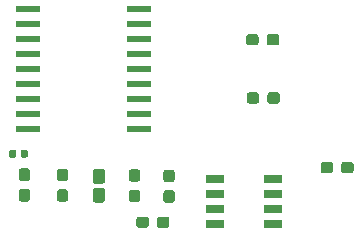
<source format=gtp>
G04 #@! TF.GenerationSoftware,KiCad,Pcbnew,(5.0.1)-4*
G04 #@! TF.CreationDate,2018-11-19T23:15:06-05:00*
G04 #@! TF.ProjectId,CAN_Bus_Arduino,43414E5F4275735F41726475696E6F2E,rev?*
G04 #@! TF.SameCoordinates,Original*
G04 #@! TF.FileFunction,Paste,Top*
G04 #@! TF.FilePolarity,Positive*
%FSLAX46Y46*%
G04 Gerber Fmt 4.6, Leading zero omitted, Abs format (unit mm)*
G04 Created by KiCad (PCBNEW (5.0.1)-4) date 2018-11-19 11:15:06 PM*
%MOMM*%
%LPD*%
G01*
G04 APERTURE LIST*
%ADD10R,1.600000X0.700000*%
%ADD11C,0.100000*%
%ADD12C,1.050000*%
%ADD13C,0.950000*%
%ADD14C,0.590000*%
%ADD15R,2.000000X0.600000*%
G04 APERTURE END LIST*
D10*
G04 #@! TO.C,U2*
X226010000Y-121185000D03*
X226010000Y-119915000D03*
X226010000Y-122455000D03*
X226010000Y-118645000D03*
X230940000Y-122455000D03*
X230940000Y-121185000D03*
X230940000Y-119915000D03*
X230940000Y-118645000D03*
G04 #@! TD*
D11*
G04 #@! TO.C,C1*
G36*
X216500342Y-119368111D02*
X216524610Y-119371711D01*
X216548409Y-119377672D01*
X216571508Y-119385937D01*
X216593687Y-119396427D01*
X216614730Y-119409039D01*
X216634436Y-119423654D01*
X216652614Y-119440130D01*
X216669090Y-119458308D01*
X216683705Y-119478014D01*
X216696317Y-119499057D01*
X216706807Y-119521236D01*
X216715072Y-119544335D01*
X216721033Y-119568134D01*
X216724633Y-119592402D01*
X216725837Y-119616906D01*
X216725837Y-120366908D01*
X216724633Y-120391412D01*
X216721033Y-120415680D01*
X216715072Y-120439479D01*
X216706807Y-120462578D01*
X216696317Y-120484757D01*
X216683705Y-120505800D01*
X216669090Y-120525506D01*
X216652614Y-120543684D01*
X216634436Y-120560160D01*
X216614730Y-120574775D01*
X216593687Y-120587387D01*
X216571508Y-120597877D01*
X216548409Y-120606142D01*
X216524610Y-120612103D01*
X216500342Y-120615703D01*
X216475838Y-120616907D01*
X215925836Y-120616907D01*
X215901332Y-120615703D01*
X215877064Y-120612103D01*
X215853265Y-120606142D01*
X215830166Y-120597877D01*
X215807987Y-120587387D01*
X215786944Y-120574775D01*
X215767238Y-120560160D01*
X215749060Y-120543684D01*
X215732584Y-120525506D01*
X215717969Y-120505800D01*
X215705357Y-120484757D01*
X215694867Y-120462578D01*
X215686602Y-120439479D01*
X215680641Y-120415680D01*
X215677041Y-120391412D01*
X215675837Y-120366908D01*
X215675837Y-119616906D01*
X215677041Y-119592402D01*
X215680641Y-119568134D01*
X215686602Y-119544335D01*
X215694867Y-119521236D01*
X215705357Y-119499057D01*
X215717969Y-119478014D01*
X215732584Y-119458308D01*
X215749060Y-119440130D01*
X215767238Y-119423654D01*
X215786944Y-119409039D01*
X215807987Y-119396427D01*
X215830166Y-119385937D01*
X215853265Y-119377672D01*
X215877064Y-119371711D01*
X215901332Y-119368111D01*
X215925836Y-119366907D01*
X216475838Y-119366907D01*
X216500342Y-119368111D01*
X216500342Y-119368111D01*
G37*
D12*
X216200837Y-119991907D03*
D11*
G36*
X216500342Y-117768111D02*
X216524610Y-117771711D01*
X216548409Y-117777672D01*
X216571508Y-117785937D01*
X216593687Y-117796427D01*
X216614730Y-117809039D01*
X216634436Y-117823654D01*
X216652614Y-117840130D01*
X216669090Y-117858308D01*
X216683705Y-117878014D01*
X216696317Y-117899057D01*
X216706807Y-117921236D01*
X216715072Y-117944335D01*
X216721033Y-117968134D01*
X216724633Y-117992402D01*
X216725837Y-118016906D01*
X216725837Y-118766908D01*
X216724633Y-118791412D01*
X216721033Y-118815680D01*
X216715072Y-118839479D01*
X216706807Y-118862578D01*
X216696317Y-118884757D01*
X216683705Y-118905800D01*
X216669090Y-118925506D01*
X216652614Y-118943684D01*
X216634436Y-118960160D01*
X216614730Y-118974775D01*
X216593687Y-118987387D01*
X216571508Y-118997877D01*
X216548409Y-119006142D01*
X216524610Y-119012103D01*
X216500342Y-119015703D01*
X216475838Y-119016907D01*
X215925836Y-119016907D01*
X215901332Y-119015703D01*
X215877064Y-119012103D01*
X215853265Y-119006142D01*
X215830166Y-118997877D01*
X215807987Y-118987387D01*
X215786944Y-118974775D01*
X215767238Y-118960160D01*
X215749060Y-118943684D01*
X215732584Y-118925506D01*
X215717969Y-118905800D01*
X215705357Y-118884757D01*
X215694867Y-118862578D01*
X215686602Y-118839479D01*
X215680641Y-118815680D01*
X215677041Y-118791412D01*
X215675837Y-118766908D01*
X215675837Y-118016906D01*
X215677041Y-117992402D01*
X215680641Y-117968134D01*
X215686602Y-117944335D01*
X215694867Y-117921236D01*
X215705357Y-117899057D01*
X215717969Y-117878014D01*
X215732584Y-117858308D01*
X215749060Y-117840130D01*
X215767238Y-117823654D01*
X215786944Y-117809039D01*
X215807987Y-117796427D01*
X215830166Y-117785937D01*
X215853265Y-117777672D01*
X215877064Y-117771711D01*
X215901332Y-117768111D01*
X215925836Y-117766907D01*
X216475838Y-117766907D01*
X216500342Y-117768111D01*
X216500342Y-117768111D01*
G37*
D12*
X216200837Y-118391907D03*
G04 #@! TD*
D11*
G04 #@! TO.C,C2*
G36*
X213388216Y-117742251D02*
X213411271Y-117745670D01*
X213433880Y-117751334D01*
X213455824Y-117759186D01*
X213476894Y-117769151D01*
X213496885Y-117781133D01*
X213515605Y-117795017D01*
X213532875Y-117810669D01*
X213548527Y-117827939D01*
X213562411Y-117846659D01*
X213574393Y-117866650D01*
X213584358Y-117887720D01*
X213592210Y-117909664D01*
X213597874Y-117932273D01*
X213601293Y-117955328D01*
X213602437Y-117978607D01*
X213602437Y-118553607D01*
X213601293Y-118576886D01*
X213597874Y-118599941D01*
X213592210Y-118622550D01*
X213584358Y-118644494D01*
X213574393Y-118665564D01*
X213562411Y-118685555D01*
X213548527Y-118704275D01*
X213532875Y-118721545D01*
X213515605Y-118737197D01*
X213496885Y-118751081D01*
X213476894Y-118763063D01*
X213455824Y-118773028D01*
X213433880Y-118780880D01*
X213411271Y-118786544D01*
X213388216Y-118789963D01*
X213364937Y-118791107D01*
X212889937Y-118791107D01*
X212866658Y-118789963D01*
X212843603Y-118786544D01*
X212820994Y-118780880D01*
X212799050Y-118773028D01*
X212777980Y-118763063D01*
X212757989Y-118751081D01*
X212739269Y-118737197D01*
X212721999Y-118721545D01*
X212706347Y-118704275D01*
X212692463Y-118685555D01*
X212680481Y-118665564D01*
X212670516Y-118644494D01*
X212662664Y-118622550D01*
X212657000Y-118599941D01*
X212653581Y-118576886D01*
X212652437Y-118553607D01*
X212652437Y-117978607D01*
X212653581Y-117955328D01*
X212657000Y-117932273D01*
X212662664Y-117909664D01*
X212670516Y-117887720D01*
X212680481Y-117866650D01*
X212692463Y-117846659D01*
X212706347Y-117827939D01*
X212721999Y-117810669D01*
X212739269Y-117795017D01*
X212757989Y-117781133D01*
X212777980Y-117769151D01*
X212799050Y-117759186D01*
X212820994Y-117751334D01*
X212843603Y-117745670D01*
X212866658Y-117742251D01*
X212889937Y-117741107D01*
X213364937Y-117741107D01*
X213388216Y-117742251D01*
X213388216Y-117742251D01*
G37*
D13*
X213127437Y-118266107D03*
D11*
G36*
X213388216Y-119492251D02*
X213411271Y-119495670D01*
X213433880Y-119501334D01*
X213455824Y-119509186D01*
X213476894Y-119519151D01*
X213496885Y-119531133D01*
X213515605Y-119545017D01*
X213532875Y-119560669D01*
X213548527Y-119577939D01*
X213562411Y-119596659D01*
X213574393Y-119616650D01*
X213584358Y-119637720D01*
X213592210Y-119659664D01*
X213597874Y-119682273D01*
X213601293Y-119705328D01*
X213602437Y-119728607D01*
X213602437Y-120303607D01*
X213601293Y-120326886D01*
X213597874Y-120349941D01*
X213592210Y-120372550D01*
X213584358Y-120394494D01*
X213574393Y-120415564D01*
X213562411Y-120435555D01*
X213548527Y-120454275D01*
X213532875Y-120471545D01*
X213515605Y-120487197D01*
X213496885Y-120501081D01*
X213476894Y-120513063D01*
X213455824Y-120523028D01*
X213433880Y-120530880D01*
X213411271Y-120536544D01*
X213388216Y-120539963D01*
X213364937Y-120541107D01*
X212889937Y-120541107D01*
X212866658Y-120539963D01*
X212843603Y-120536544D01*
X212820994Y-120530880D01*
X212799050Y-120523028D01*
X212777980Y-120513063D01*
X212757989Y-120501081D01*
X212739269Y-120487197D01*
X212721999Y-120471545D01*
X212706347Y-120454275D01*
X212692463Y-120435555D01*
X212680481Y-120415564D01*
X212670516Y-120394494D01*
X212662664Y-120372550D01*
X212657000Y-120349941D01*
X212653581Y-120326886D01*
X212652437Y-120303607D01*
X212652437Y-119728607D01*
X212653581Y-119705328D01*
X212657000Y-119682273D01*
X212662664Y-119659664D01*
X212670516Y-119637720D01*
X212680481Y-119616650D01*
X212692463Y-119596659D01*
X212706347Y-119577939D01*
X212721999Y-119560669D01*
X212739269Y-119545017D01*
X212757989Y-119531133D01*
X212777980Y-119519151D01*
X212799050Y-119509186D01*
X212820994Y-119501334D01*
X212843603Y-119495670D01*
X212866658Y-119492251D01*
X212889937Y-119491107D01*
X213364937Y-119491107D01*
X213388216Y-119492251D01*
X213388216Y-119492251D01*
G37*
D13*
X213127437Y-120016107D03*
G04 #@! TD*
D11*
G04 #@! TO.C,C3*
G36*
X231309779Y-111286144D02*
X231332834Y-111289563D01*
X231355443Y-111295227D01*
X231377387Y-111303079D01*
X231398457Y-111313044D01*
X231418448Y-111325026D01*
X231437168Y-111338910D01*
X231454438Y-111354562D01*
X231470090Y-111371832D01*
X231483974Y-111390552D01*
X231495956Y-111410543D01*
X231505921Y-111431613D01*
X231513773Y-111453557D01*
X231519437Y-111476166D01*
X231522856Y-111499221D01*
X231524000Y-111522500D01*
X231524000Y-111997500D01*
X231522856Y-112020779D01*
X231519437Y-112043834D01*
X231513773Y-112066443D01*
X231505921Y-112088387D01*
X231495956Y-112109457D01*
X231483974Y-112129448D01*
X231470090Y-112148168D01*
X231454438Y-112165438D01*
X231437168Y-112181090D01*
X231418448Y-112194974D01*
X231398457Y-112206956D01*
X231377387Y-112216921D01*
X231355443Y-112224773D01*
X231332834Y-112230437D01*
X231309779Y-112233856D01*
X231286500Y-112235000D01*
X230711500Y-112235000D01*
X230688221Y-112233856D01*
X230665166Y-112230437D01*
X230642557Y-112224773D01*
X230620613Y-112216921D01*
X230599543Y-112206956D01*
X230579552Y-112194974D01*
X230560832Y-112181090D01*
X230543562Y-112165438D01*
X230527910Y-112148168D01*
X230514026Y-112129448D01*
X230502044Y-112109457D01*
X230492079Y-112088387D01*
X230484227Y-112066443D01*
X230478563Y-112043834D01*
X230475144Y-112020779D01*
X230474000Y-111997500D01*
X230474000Y-111522500D01*
X230475144Y-111499221D01*
X230478563Y-111476166D01*
X230484227Y-111453557D01*
X230492079Y-111431613D01*
X230502044Y-111410543D01*
X230514026Y-111390552D01*
X230527910Y-111371832D01*
X230543562Y-111354562D01*
X230560832Y-111338910D01*
X230579552Y-111325026D01*
X230599543Y-111313044D01*
X230620613Y-111303079D01*
X230642557Y-111295227D01*
X230665166Y-111289563D01*
X230688221Y-111286144D01*
X230711500Y-111285000D01*
X231286500Y-111285000D01*
X231309779Y-111286144D01*
X231309779Y-111286144D01*
G37*
D13*
X230999000Y-111760000D03*
D11*
G36*
X229559779Y-111286144D02*
X229582834Y-111289563D01*
X229605443Y-111295227D01*
X229627387Y-111303079D01*
X229648457Y-111313044D01*
X229668448Y-111325026D01*
X229687168Y-111338910D01*
X229704438Y-111354562D01*
X229720090Y-111371832D01*
X229733974Y-111390552D01*
X229745956Y-111410543D01*
X229755921Y-111431613D01*
X229763773Y-111453557D01*
X229769437Y-111476166D01*
X229772856Y-111499221D01*
X229774000Y-111522500D01*
X229774000Y-111997500D01*
X229772856Y-112020779D01*
X229769437Y-112043834D01*
X229763773Y-112066443D01*
X229755921Y-112088387D01*
X229745956Y-112109457D01*
X229733974Y-112129448D01*
X229720090Y-112148168D01*
X229704438Y-112165438D01*
X229687168Y-112181090D01*
X229668448Y-112194974D01*
X229648457Y-112206956D01*
X229627387Y-112216921D01*
X229605443Y-112224773D01*
X229582834Y-112230437D01*
X229559779Y-112233856D01*
X229536500Y-112235000D01*
X228961500Y-112235000D01*
X228938221Y-112233856D01*
X228915166Y-112230437D01*
X228892557Y-112224773D01*
X228870613Y-112216921D01*
X228849543Y-112206956D01*
X228829552Y-112194974D01*
X228810832Y-112181090D01*
X228793562Y-112165438D01*
X228777910Y-112148168D01*
X228764026Y-112129448D01*
X228752044Y-112109457D01*
X228742079Y-112088387D01*
X228734227Y-112066443D01*
X228728563Y-112043834D01*
X228725144Y-112020779D01*
X228724000Y-111997500D01*
X228724000Y-111522500D01*
X228725144Y-111499221D01*
X228728563Y-111476166D01*
X228734227Y-111453557D01*
X228742079Y-111431613D01*
X228752044Y-111410543D01*
X228764026Y-111390552D01*
X228777910Y-111371832D01*
X228793562Y-111354562D01*
X228810832Y-111338910D01*
X228829552Y-111325026D01*
X228849543Y-111313044D01*
X228870613Y-111303079D01*
X228892557Y-111295227D01*
X228915166Y-111289563D01*
X228938221Y-111286144D01*
X228961500Y-111285000D01*
X229536500Y-111285000D01*
X229559779Y-111286144D01*
X229559779Y-111286144D01*
G37*
D13*
X229249000Y-111760000D03*
G04 #@! TD*
D11*
G04 #@! TO.C,C4*
G36*
X229508979Y-106358544D02*
X229532034Y-106361963D01*
X229554643Y-106367627D01*
X229576587Y-106375479D01*
X229597657Y-106385444D01*
X229617648Y-106397426D01*
X229636368Y-106411310D01*
X229653638Y-106426962D01*
X229669290Y-106444232D01*
X229683174Y-106462952D01*
X229695156Y-106482943D01*
X229705121Y-106504013D01*
X229712973Y-106525957D01*
X229718637Y-106548566D01*
X229722056Y-106571621D01*
X229723200Y-106594900D01*
X229723200Y-107069900D01*
X229722056Y-107093179D01*
X229718637Y-107116234D01*
X229712973Y-107138843D01*
X229705121Y-107160787D01*
X229695156Y-107181857D01*
X229683174Y-107201848D01*
X229669290Y-107220568D01*
X229653638Y-107237838D01*
X229636368Y-107253490D01*
X229617648Y-107267374D01*
X229597657Y-107279356D01*
X229576587Y-107289321D01*
X229554643Y-107297173D01*
X229532034Y-107302837D01*
X229508979Y-107306256D01*
X229485700Y-107307400D01*
X228910700Y-107307400D01*
X228887421Y-107306256D01*
X228864366Y-107302837D01*
X228841757Y-107297173D01*
X228819813Y-107289321D01*
X228798743Y-107279356D01*
X228778752Y-107267374D01*
X228760032Y-107253490D01*
X228742762Y-107237838D01*
X228727110Y-107220568D01*
X228713226Y-107201848D01*
X228701244Y-107181857D01*
X228691279Y-107160787D01*
X228683427Y-107138843D01*
X228677763Y-107116234D01*
X228674344Y-107093179D01*
X228673200Y-107069900D01*
X228673200Y-106594900D01*
X228674344Y-106571621D01*
X228677763Y-106548566D01*
X228683427Y-106525957D01*
X228691279Y-106504013D01*
X228701244Y-106482943D01*
X228713226Y-106462952D01*
X228727110Y-106444232D01*
X228742762Y-106426962D01*
X228760032Y-106411310D01*
X228778752Y-106397426D01*
X228798743Y-106385444D01*
X228819813Y-106375479D01*
X228841757Y-106367627D01*
X228864366Y-106361963D01*
X228887421Y-106358544D01*
X228910700Y-106357400D01*
X229485700Y-106357400D01*
X229508979Y-106358544D01*
X229508979Y-106358544D01*
G37*
D13*
X229198200Y-106832400D03*
D11*
G36*
X231258979Y-106358544D02*
X231282034Y-106361963D01*
X231304643Y-106367627D01*
X231326587Y-106375479D01*
X231347657Y-106385444D01*
X231367648Y-106397426D01*
X231386368Y-106411310D01*
X231403638Y-106426962D01*
X231419290Y-106444232D01*
X231433174Y-106462952D01*
X231445156Y-106482943D01*
X231455121Y-106504013D01*
X231462973Y-106525957D01*
X231468637Y-106548566D01*
X231472056Y-106571621D01*
X231473200Y-106594900D01*
X231473200Y-107069900D01*
X231472056Y-107093179D01*
X231468637Y-107116234D01*
X231462973Y-107138843D01*
X231455121Y-107160787D01*
X231445156Y-107181857D01*
X231433174Y-107201848D01*
X231419290Y-107220568D01*
X231403638Y-107237838D01*
X231386368Y-107253490D01*
X231367648Y-107267374D01*
X231347657Y-107279356D01*
X231326587Y-107289321D01*
X231304643Y-107297173D01*
X231282034Y-107302837D01*
X231258979Y-107306256D01*
X231235700Y-107307400D01*
X230660700Y-107307400D01*
X230637421Y-107306256D01*
X230614366Y-107302837D01*
X230591757Y-107297173D01*
X230569813Y-107289321D01*
X230548743Y-107279356D01*
X230528752Y-107267374D01*
X230510032Y-107253490D01*
X230492762Y-107237838D01*
X230477110Y-107220568D01*
X230463226Y-107201848D01*
X230451244Y-107181857D01*
X230441279Y-107160787D01*
X230433427Y-107138843D01*
X230427763Y-107116234D01*
X230424344Y-107093179D01*
X230423200Y-107069900D01*
X230423200Y-106594900D01*
X230424344Y-106571621D01*
X230427763Y-106548566D01*
X230433427Y-106525957D01*
X230441279Y-106504013D01*
X230451244Y-106482943D01*
X230463226Y-106462952D01*
X230477110Y-106444232D01*
X230492762Y-106426962D01*
X230510032Y-106411310D01*
X230528752Y-106397426D01*
X230548743Y-106385444D01*
X230569813Y-106375479D01*
X230591757Y-106367627D01*
X230614366Y-106361963D01*
X230637421Y-106358544D01*
X230660700Y-106357400D01*
X231235700Y-106357400D01*
X231258979Y-106358544D01*
X231258979Y-106358544D01*
G37*
D13*
X230948200Y-106832400D03*
G04 #@! TD*
D11*
G04 #@! TO.C,C5*
G36*
X222409179Y-119578744D02*
X222432234Y-119582163D01*
X222454843Y-119587827D01*
X222476787Y-119595679D01*
X222497857Y-119605644D01*
X222517848Y-119617626D01*
X222536568Y-119631510D01*
X222553838Y-119647162D01*
X222569490Y-119664432D01*
X222583374Y-119683152D01*
X222595356Y-119703143D01*
X222605321Y-119724213D01*
X222613173Y-119746157D01*
X222618837Y-119768766D01*
X222622256Y-119791821D01*
X222623400Y-119815100D01*
X222623400Y-120390100D01*
X222622256Y-120413379D01*
X222618837Y-120436434D01*
X222613173Y-120459043D01*
X222605321Y-120480987D01*
X222595356Y-120502057D01*
X222583374Y-120522048D01*
X222569490Y-120540768D01*
X222553838Y-120558038D01*
X222536568Y-120573690D01*
X222517848Y-120587574D01*
X222497857Y-120599556D01*
X222476787Y-120609521D01*
X222454843Y-120617373D01*
X222432234Y-120623037D01*
X222409179Y-120626456D01*
X222385900Y-120627600D01*
X221910900Y-120627600D01*
X221887621Y-120626456D01*
X221864566Y-120623037D01*
X221841957Y-120617373D01*
X221820013Y-120609521D01*
X221798943Y-120599556D01*
X221778952Y-120587574D01*
X221760232Y-120573690D01*
X221742962Y-120558038D01*
X221727310Y-120540768D01*
X221713426Y-120522048D01*
X221701444Y-120502057D01*
X221691479Y-120480987D01*
X221683627Y-120459043D01*
X221677963Y-120436434D01*
X221674544Y-120413379D01*
X221673400Y-120390100D01*
X221673400Y-119815100D01*
X221674544Y-119791821D01*
X221677963Y-119768766D01*
X221683627Y-119746157D01*
X221691479Y-119724213D01*
X221701444Y-119703143D01*
X221713426Y-119683152D01*
X221727310Y-119664432D01*
X221742962Y-119647162D01*
X221760232Y-119631510D01*
X221778952Y-119617626D01*
X221798943Y-119605644D01*
X221820013Y-119595679D01*
X221841957Y-119587827D01*
X221864566Y-119582163D01*
X221887621Y-119578744D01*
X221910900Y-119577600D01*
X222385900Y-119577600D01*
X222409179Y-119578744D01*
X222409179Y-119578744D01*
G37*
D13*
X222148400Y-120102600D03*
D11*
G36*
X222409179Y-117828744D02*
X222432234Y-117832163D01*
X222454843Y-117837827D01*
X222476787Y-117845679D01*
X222497857Y-117855644D01*
X222517848Y-117867626D01*
X222536568Y-117881510D01*
X222553838Y-117897162D01*
X222569490Y-117914432D01*
X222583374Y-117933152D01*
X222595356Y-117953143D01*
X222605321Y-117974213D01*
X222613173Y-117996157D01*
X222618837Y-118018766D01*
X222622256Y-118041821D01*
X222623400Y-118065100D01*
X222623400Y-118640100D01*
X222622256Y-118663379D01*
X222618837Y-118686434D01*
X222613173Y-118709043D01*
X222605321Y-118730987D01*
X222595356Y-118752057D01*
X222583374Y-118772048D01*
X222569490Y-118790768D01*
X222553838Y-118808038D01*
X222536568Y-118823690D01*
X222517848Y-118837574D01*
X222497857Y-118849556D01*
X222476787Y-118859521D01*
X222454843Y-118867373D01*
X222432234Y-118873037D01*
X222409179Y-118876456D01*
X222385900Y-118877600D01*
X221910900Y-118877600D01*
X221887621Y-118876456D01*
X221864566Y-118873037D01*
X221841957Y-118867373D01*
X221820013Y-118859521D01*
X221798943Y-118849556D01*
X221778952Y-118837574D01*
X221760232Y-118823690D01*
X221742962Y-118808038D01*
X221727310Y-118790768D01*
X221713426Y-118772048D01*
X221701444Y-118752057D01*
X221691479Y-118730987D01*
X221683627Y-118709043D01*
X221677963Y-118686434D01*
X221674544Y-118663379D01*
X221673400Y-118640100D01*
X221673400Y-118065100D01*
X221674544Y-118041821D01*
X221677963Y-118018766D01*
X221683627Y-117996157D01*
X221691479Y-117974213D01*
X221701444Y-117953143D01*
X221713426Y-117933152D01*
X221727310Y-117914432D01*
X221742962Y-117897162D01*
X221760232Y-117881510D01*
X221778952Y-117867626D01*
X221798943Y-117855644D01*
X221820013Y-117845679D01*
X221841957Y-117837827D01*
X221864566Y-117832163D01*
X221887621Y-117828744D01*
X221910900Y-117827600D01*
X222385900Y-117827600D01*
X222409179Y-117828744D01*
X222409179Y-117828744D01*
G37*
D13*
X222148400Y-118352600D03*
G04 #@! TD*
D11*
G04 #@! TO.C,D1*
G36*
X210044558Y-116165110D02*
X210058876Y-116167234D01*
X210072917Y-116170751D01*
X210086546Y-116175628D01*
X210099631Y-116181817D01*
X210112047Y-116189258D01*
X210123673Y-116197881D01*
X210134398Y-116207602D01*
X210144119Y-116218327D01*
X210152742Y-116229953D01*
X210160183Y-116242369D01*
X210166372Y-116255454D01*
X210171249Y-116269083D01*
X210174766Y-116283124D01*
X210176890Y-116297442D01*
X210177600Y-116311900D01*
X210177600Y-116656900D01*
X210176890Y-116671358D01*
X210174766Y-116685676D01*
X210171249Y-116699717D01*
X210166372Y-116713346D01*
X210160183Y-116726431D01*
X210152742Y-116738847D01*
X210144119Y-116750473D01*
X210134398Y-116761198D01*
X210123673Y-116770919D01*
X210112047Y-116779542D01*
X210099631Y-116786983D01*
X210086546Y-116793172D01*
X210072917Y-116798049D01*
X210058876Y-116801566D01*
X210044558Y-116803690D01*
X210030100Y-116804400D01*
X209735100Y-116804400D01*
X209720642Y-116803690D01*
X209706324Y-116801566D01*
X209692283Y-116798049D01*
X209678654Y-116793172D01*
X209665569Y-116786983D01*
X209653153Y-116779542D01*
X209641527Y-116770919D01*
X209630802Y-116761198D01*
X209621081Y-116750473D01*
X209612458Y-116738847D01*
X209605017Y-116726431D01*
X209598828Y-116713346D01*
X209593951Y-116699717D01*
X209590434Y-116685676D01*
X209588310Y-116671358D01*
X209587600Y-116656900D01*
X209587600Y-116311900D01*
X209588310Y-116297442D01*
X209590434Y-116283124D01*
X209593951Y-116269083D01*
X209598828Y-116255454D01*
X209605017Y-116242369D01*
X209612458Y-116229953D01*
X209621081Y-116218327D01*
X209630802Y-116207602D01*
X209641527Y-116197881D01*
X209653153Y-116189258D01*
X209665569Y-116181817D01*
X209678654Y-116175628D01*
X209692283Y-116170751D01*
X209706324Y-116167234D01*
X209720642Y-116165110D01*
X209735100Y-116164400D01*
X210030100Y-116164400D01*
X210044558Y-116165110D01*
X210044558Y-116165110D01*
G37*
D14*
X209882600Y-116484400D03*
D11*
G36*
X209074558Y-116165110D02*
X209088876Y-116167234D01*
X209102917Y-116170751D01*
X209116546Y-116175628D01*
X209129631Y-116181817D01*
X209142047Y-116189258D01*
X209153673Y-116197881D01*
X209164398Y-116207602D01*
X209174119Y-116218327D01*
X209182742Y-116229953D01*
X209190183Y-116242369D01*
X209196372Y-116255454D01*
X209201249Y-116269083D01*
X209204766Y-116283124D01*
X209206890Y-116297442D01*
X209207600Y-116311900D01*
X209207600Y-116656900D01*
X209206890Y-116671358D01*
X209204766Y-116685676D01*
X209201249Y-116699717D01*
X209196372Y-116713346D01*
X209190183Y-116726431D01*
X209182742Y-116738847D01*
X209174119Y-116750473D01*
X209164398Y-116761198D01*
X209153673Y-116770919D01*
X209142047Y-116779542D01*
X209129631Y-116786983D01*
X209116546Y-116793172D01*
X209102917Y-116798049D01*
X209088876Y-116801566D01*
X209074558Y-116803690D01*
X209060100Y-116804400D01*
X208765100Y-116804400D01*
X208750642Y-116803690D01*
X208736324Y-116801566D01*
X208722283Y-116798049D01*
X208708654Y-116793172D01*
X208695569Y-116786983D01*
X208683153Y-116779542D01*
X208671527Y-116770919D01*
X208660802Y-116761198D01*
X208651081Y-116750473D01*
X208642458Y-116738847D01*
X208635017Y-116726431D01*
X208628828Y-116713346D01*
X208623951Y-116699717D01*
X208620434Y-116685676D01*
X208618310Y-116671358D01*
X208617600Y-116656900D01*
X208617600Y-116311900D01*
X208618310Y-116297442D01*
X208620434Y-116283124D01*
X208623951Y-116269083D01*
X208628828Y-116255454D01*
X208635017Y-116242369D01*
X208642458Y-116229953D01*
X208651081Y-116218327D01*
X208660802Y-116207602D01*
X208671527Y-116197881D01*
X208683153Y-116189258D01*
X208695569Y-116181817D01*
X208708654Y-116175628D01*
X208722283Y-116170751D01*
X208736324Y-116167234D01*
X208750642Y-116165110D01*
X208765100Y-116164400D01*
X209060100Y-116164400D01*
X209074558Y-116165110D01*
X209074558Y-116165110D01*
G37*
D14*
X208912600Y-116484400D03*
G04 #@! TD*
D11*
G04 #@! TO.C,D2*
G36*
X221962579Y-121801744D02*
X221985634Y-121805163D01*
X222008243Y-121810827D01*
X222030187Y-121818679D01*
X222051257Y-121828644D01*
X222071248Y-121840626D01*
X222089968Y-121854510D01*
X222107238Y-121870162D01*
X222122890Y-121887432D01*
X222136774Y-121906152D01*
X222148756Y-121926143D01*
X222158721Y-121947213D01*
X222166573Y-121969157D01*
X222172237Y-121991766D01*
X222175656Y-122014821D01*
X222176800Y-122038100D01*
X222176800Y-122513100D01*
X222175656Y-122536379D01*
X222172237Y-122559434D01*
X222166573Y-122582043D01*
X222158721Y-122603987D01*
X222148756Y-122625057D01*
X222136774Y-122645048D01*
X222122890Y-122663768D01*
X222107238Y-122681038D01*
X222089968Y-122696690D01*
X222071248Y-122710574D01*
X222051257Y-122722556D01*
X222030187Y-122732521D01*
X222008243Y-122740373D01*
X221985634Y-122746037D01*
X221962579Y-122749456D01*
X221939300Y-122750600D01*
X221364300Y-122750600D01*
X221341021Y-122749456D01*
X221317966Y-122746037D01*
X221295357Y-122740373D01*
X221273413Y-122732521D01*
X221252343Y-122722556D01*
X221232352Y-122710574D01*
X221213632Y-122696690D01*
X221196362Y-122681038D01*
X221180710Y-122663768D01*
X221166826Y-122645048D01*
X221154844Y-122625057D01*
X221144879Y-122603987D01*
X221137027Y-122582043D01*
X221131363Y-122559434D01*
X221127944Y-122536379D01*
X221126800Y-122513100D01*
X221126800Y-122038100D01*
X221127944Y-122014821D01*
X221131363Y-121991766D01*
X221137027Y-121969157D01*
X221144879Y-121947213D01*
X221154844Y-121926143D01*
X221166826Y-121906152D01*
X221180710Y-121887432D01*
X221196362Y-121870162D01*
X221213632Y-121854510D01*
X221232352Y-121840626D01*
X221252343Y-121828644D01*
X221273413Y-121818679D01*
X221295357Y-121810827D01*
X221317966Y-121805163D01*
X221341021Y-121801744D01*
X221364300Y-121800600D01*
X221939300Y-121800600D01*
X221962579Y-121801744D01*
X221962579Y-121801744D01*
G37*
D13*
X221651800Y-122275600D03*
D11*
G36*
X220212579Y-121801744D02*
X220235634Y-121805163D01*
X220258243Y-121810827D01*
X220280187Y-121818679D01*
X220301257Y-121828644D01*
X220321248Y-121840626D01*
X220339968Y-121854510D01*
X220357238Y-121870162D01*
X220372890Y-121887432D01*
X220386774Y-121906152D01*
X220398756Y-121926143D01*
X220408721Y-121947213D01*
X220416573Y-121969157D01*
X220422237Y-121991766D01*
X220425656Y-122014821D01*
X220426800Y-122038100D01*
X220426800Y-122513100D01*
X220425656Y-122536379D01*
X220422237Y-122559434D01*
X220416573Y-122582043D01*
X220408721Y-122603987D01*
X220398756Y-122625057D01*
X220386774Y-122645048D01*
X220372890Y-122663768D01*
X220357238Y-122681038D01*
X220339968Y-122696690D01*
X220321248Y-122710574D01*
X220301257Y-122722556D01*
X220280187Y-122732521D01*
X220258243Y-122740373D01*
X220235634Y-122746037D01*
X220212579Y-122749456D01*
X220189300Y-122750600D01*
X219614300Y-122750600D01*
X219591021Y-122749456D01*
X219567966Y-122746037D01*
X219545357Y-122740373D01*
X219523413Y-122732521D01*
X219502343Y-122722556D01*
X219482352Y-122710574D01*
X219463632Y-122696690D01*
X219446362Y-122681038D01*
X219430710Y-122663768D01*
X219416826Y-122645048D01*
X219404844Y-122625057D01*
X219394879Y-122603987D01*
X219387027Y-122582043D01*
X219381363Y-122559434D01*
X219377944Y-122536379D01*
X219376800Y-122513100D01*
X219376800Y-122038100D01*
X219377944Y-122014821D01*
X219381363Y-121991766D01*
X219387027Y-121969157D01*
X219394879Y-121947213D01*
X219404844Y-121926143D01*
X219416826Y-121906152D01*
X219430710Y-121887432D01*
X219446362Y-121870162D01*
X219463632Y-121854510D01*
X219482352Y-121840626D01*
X219502343Y-121828644D01*
X219523413Y-121818679D01*
X219545357Y-121810827D01*
X219567966Y-121805163D01*
X219591021Y-121801744D01*
X219614300Y-121800600D01*
X220189300Y-121800600D01*
X220212579Y-121801744D01*
X220212579Y-121801744D01*
G37*
D13*
X219901800Y-122275600D03*
G04 #@! TD*
D11*
G04 #@! TO.C,R1*
G36*
X219484216Y-119543051D02*
X219507271Y-119546470D01*
X219529880Y-119552134D01*
X219551824Y-119559986D01*
X219572894Y-119569951D01*
X219592885Y-119581933D01*
X219611605Y-119595817D01*
X219628875Y-119611469D01*
X219644527Y-119628739D01*
X219658411Y-119647459D01*
X219670393Y-119667450D01*
X219680358Y-119688520D01*
X219688210Y-119710464D01*
X219693874Y-119733073D01*
X219697293Y-119756128D01*
X219698437Y-119779407D01*
X219698437Y-120354407D01*
X219697293Y-120377686D01*
X219693874Y-120400741D01*
X219688210Y-120423350D01*
X219680358Y-120445294D01*
X219670393Y-120466364D01*
X219658411Y-120486355D01*
X219644527Y-120505075D01*
X219628875Y-120522345D01*
X219611605Y-120537997D01*
X219592885Y-120551881D01*
X219572894Y-120563863D01*
X219551824Y-120573828D01*
X219529880Y-120581680D01*
X219507271Y-120587344D01*
X219484216Y-120590763D01*
X219460937Y-120591907D01*
X218985937Y-120591907D01*
X218962658Y-120590763D01*
X218939603Y-120587344D01*
X218916994Y-120581680D01*
X218895050Y-120573828D01*
X218873980Y-120563863D01*
X218853989Y-120551881D01*
X218835269Y-120537997D01*
X218817999Y-120522345D01*
X218802347Y-120505075D01*
X218788463Y-120486355D01*
X218776481Y-120466364D01*
X218766516Y-120445294D01*
X218758664Y-120423350D01*
X218753000Y-120400741D01*
X218749581Y-120377686D01*
X218748437Y-120354407D01*
X218748437Y-119779407D01*
X218749581Y-119756128D01*
X218753000Y-119733073D01*
X218758664Y-119710464D01*
X218766516Y-119688520D01*
X218776481Y-119667450D01*
X218788463Y-119647459D01*
X218802347Y-119628739D01*
X218817999Y-119611469D01*
X218835269Y-119595817D01*
X218853989Y-119581933D01*
X218873980Y-119569951D01*
X218895050Y-119559986D01*
X218916994Y-119552134D01*
X218939603Y-119546470D01*
X218962658Y-119543051D01*
X218985937Y-119541907D01*
X219460937Y-119541907D01*
X219484216Y-119543051D01*
X219484216Y-119543051D01*
G37*
D13*
X219223437Y-120066907D03*
D11*
G36*
X219484216Y-117793051D02*
X219507271Y-117796470D01*
X219529880Y-117802134D01*
X219551824Y-117809986D01*
X219572894Y-117819951D01*
X219592885Y-117831933D01*
X219611605Y-117845817D01*
X219628875Y-117861469D01*
X219644527Y-117878739D01*
X219658411Y-117897459D01*
X219670393Y-117917450D01*
X219680358Y-117938520D01*
X219688210Y-117960464D01*
X219693874Y-117983073D01*
X219697293Y-118006128D01*
X219698437Y-118029407D01*
X219698437Y-118604407D01*
X219697293Y-118627686D01*
X219693874Y-118650741D01*
X219688210Y-118673350D01*
X219680358Y-118695294D01*
X219670393Y-118716364D01*
X219658411Y-118736355D01*
X219644527Y-118755075D01*
X219628875Y-118772345D01*
X219611605Y-118787997D01*
X219592885Y-118801881D01*
X219572894Y-118813863D01*
X219551824Y-118823828D01*
X219529880Y-118831680D01*
X219507271Y-118837344D01*
X219484216Y-118840763D01*
X219460937Y-118841907D01*
X218985937Y-118841907D01*
X218962658Y-118840763D01*
X218939603Y-118837344D01*
X218916994Y-118831680D01*
X218895050Y-118823828D01*
X218873980Y-118813863D01*
X218853989Y-118801881D01*
X218835269Y-118787997D01*
X218817999Y-118772345D01*
X218802347Y-118755075D01*
X218788463Y-118736355D01*
X218776481Y-118716364D01*
X218766516Y-118695294D01*
X218758664Y-118673350D01*
X218753000Y-118650741D01*
X218749581Y-118627686D01*
X218748437Y-118604407D01*
X218748437Y-118029407D01*
X218749581Y-118006128D01*
X218753000Y-117983073D01*
X218758664Y-117960464D01*
X218766516Y-117938520D01*
X218776481Y-117917450D01*
X218788463Y-117897459D01*
X218802347Y-117878739D01*
X218817999Y-117861469D01*
X218835269Y-117845817D01*
X218853989Y-117831933D01*
X218873980Y-117819951D01*
X218895050Y-117809986D01*
X218916994Y-117802134D01*
X218939603Y-117796470D01*
X218962658Y-117793051D01*
X218985937Y-117791907D01*
X219460937Y-117791907D01*
X219484216Y-117793051D01*
X219484216Y-117793051D01*
G37*
D13*
X219223437Y-118316907D03*
G04 #@! TD*
D11*
G04 #@! TO.C,R2*
G36*
X235808179Y-117178944D02*
X235831234Y-117182363D01*
X235853843Y-117188027D01*
X235875787Y-117195879D01*
X235896857Y-117205844D01*
X235916848Y-117217826D01*
X235935568Y-117231710D01*
X235952838Y-117247362D01*
X235968490Y-117264632D01*
X235982374Y-117283352D01*
X235994356Y-117303343D01*
X236004321Y-117324413D01*
X236012173Y-117346357D01*
X236017837Y-117368966D01*
X236021256Y-117392021D01*
X236022400Y-117415300D01*
X236022400Y-117890300D01*
X236021256Y-117913579D01*
X236017837Y-117936634D01*
X236012173Y-117959243D01*
X236004321Y-117981187D01*
X235994356Y-118002257D01*
X235982374Y-118022248D01*
X235968490Y-118040968D01*
X235952838Y-118058238D01*
X235935568Y-118073890D01*
X235916848Y-118087774D01*
X235896857Y-118099756D01*
X235875787Y-118109721D01*
X235853843Y-118117573D01*
X235831234Y-118123237D01*
X235808179Y-118126656D01*
X235784900Y-118127800D01*
X235209900Y-118127800D01*
X235186621Y-118126656D01*
X235163566Y-118123237D01*
X235140957Y-118117573D01*
X235119013Y-118109721D01*
X235097943Y-118099756D01*
X235077952Y-118087774D01*
X235059232Y-118073890D01*
X235041962Y-118058238D01*
X235026310Y-118040968D01*
X235012426Y-118022248D01*
X235000444Y-118002257D01*
X234990479Y-117981187D01*
X234982627Y-117959243D01*
X234976963Y-117936634D01*
X234973544Y-117913579D01*
X234972400Y-117890300D01*
X234972400Y-117415300D01*
X234973544Y-117392021D01*
X234976963Y-117368966D01*
X234982627Y-117346357D01*
X234990479Y-117324413D01*
X235000444Y-117303343D01*
X235012426Y-117283352D01*
X235026310Y-117264632D01*
X235041962Y-117247362D01*
X235059232Y-117231710D01*
X235077952Y-117217826D01*
X235097943Y-117205844D01*
X235119013Y-117195879D01*
X235140957Y-117188027D01*
X235163566Y-117182363D01*
X235186621Y-117178944D01*
X235209900Y-117177800D01*
X235784900Y-117177800D01*
X235808179Y-117178944D01*
X235808179Y-117178944D01*
G37*
D13*
X235497400Y-117652800D03*
D11*
G36*
X237558179Y-117178944D02*
X237581234Y-117182363D01*
X237603843Y-117188027D01*
X237625787Y-117195879D01*
X237646857Y-117205844D01*
X237666848Y-117217826D01*
X237685568Y-117231710D01*
X237702838Y-117247362D01*
X237718490Y-117264632D01*
X237732374Y-117283352D01*
X237744356Y-117303343D01*
X237754321Y-117324413D01*
X237762173Y-117346357D01*
X237767837Y-117368966D01*
X237771256Y-117392021D01*
X237772400Y-117415300D01*
X237772400Y-117890300D01*
X237771256Y-117913579D01*
X237767837Y-117936634D01*
X237762173Y-117959243D01*
X237754321Y-117981187D01*
X237744356Y-118002257D01*
X237732374Y-118022248D01*
X237718490Y-118040968D01*
X237702838Y-118058238D01*
X237685568Y-118073890D01*
X237666848Y-118087774D01*
X237646857Y-118099756D01*
X237625787Y-118109721D01*
X237603843Y-118117573D01*
X237581234Y-118123237D01*
X237558179Y-118126656D01*
X237534900Y-118127800D01*
X236959900Y-118127800D01*
X236936621Y-118126656D01*
X236913566Y-118123237D01*
X236890957Y-118117573D01*
X236869013Y-118109721D01*
X236847943Y-118099756D01*
X236827952Y-118087774D01*
X236809232Y-118073890D01*
X236791962Y-118058238D01*
X236776310Y-118040968D01*
X236762426Y-118022248D01*
X236750444Y-118002257D01*
X236740479Y-117981187D01*
X236732627Y-117959243D01*
X236726963Y-117936634D01*
X236723544Y-117913579D01*
X236722400Y-117890300D01*
X236722400Y-117415300D01*
X236723544Y-117392021D01*
X236726963Y-117368966D01*
X236732627Y-117346357D01*
X236740479Y-117324413D01*
X236750444Y-117303343D01*
X236762426Y-117283352D01*
X236776310Y-117264632D01*
X236791962Y-117247362D01*
X236809232Y-117231710D01*
X236827952Y-117217826D01*
X236847943Y-117205844D01*
X236869013Y-117195879D01*
X236890957Y-117188027D01*
X236913566Y-117182363D01*
X236936621Y-117178944D01*
X236959900Y-117177800D01*
X237534900Y-117177800D01*
X237558179Y-117178944D01*
X237558179Y-117178944D01*
G37*
D13*
X237247400Y-117652800D03*
G04 #@! TD*
D11*
G04 #@! TO.C,R3*
G36*
X210166379Y-117727144D02*
X210189434Y-117730563D01*
X210212043Y-117736227D01*
X210233987Y-117744079D01*
X210255057Y-117754044D01*
X210275048Y-117766026D01*
X210293768Y-117779910D01*
X210311038Y-117795562D01*
X210326690Y-117812832D01*
X210340574Y-117831552D01*
X210352556Y-117851543D01*
X210362521Y-117872613D01*
X210370373Y-117894557D01*
X210376037Y-117917166D01*
X210379456Y-117940221D01*
X210380600Y-117963500D01*
X210380600Y-118538500D01*
X210379456Y-118561779D01*
X210376037Y-118584834D01*
X210370373Y-118607443D01*
X210362521Y-118629387D01*
X210352556Y-118650457D01*
X210340574Y-118670448D01*
X210326690Y-118689168D01*
X210311038Y-118706438D01*
X210293768Y-118722090D01*
X210275048Y-118735974D01*
X210255057Y-118747956D01*
X210233987Y-118757921D01*
X210212043Y-118765773D01*
X210189434Y-118771437D01*
X210166379Y-118774856D01*
X210143100Y-118776000D01*
X209668100Y-118776000D01*
X209644821Y-118774856D01*
X209621766Y-118771437D01*
X209599157Y-118765773D01*
X209577213Y-118757921D01*
X209556143Y-118747956D01*
X209536152Y-118735974D01*
X209517432Y-118722090D01*
X209500162Y-118706438D01*
X209484510Y-118689168D01*
X209470626Y-118670448D01*
X209458644Y-118650457D01*
X209448679Y-118629387D01*
X209440827Y-118607443D01*
X209435163Y-118584834D01*
X209431744Y-118561779D01*
X209430600Y-118538500D01*
X209430600Y-117963500D01*
X209431744Y-117940221D01*
X209435163Y-117917166D01*
X209440827Y-117894557D01*
X209448679Y-117872613D01*
X209458644Y-117851543D01*
X209470626Y-117831552D01*
X209484510Y-117812832D01*
X209500162Y-117795562D01*
X209517432Y-117779910D01*
X209536152Y-117766026D01*
X209556143Y-117754044D01*
X209577213Y-117744079D01*
X209599157Y-117736227D01*
X209621766Y-117730563D01*
X209644821Y-117727144D01*
X209668100Y-117726000D01*
X210143100Y-117726000D01*
X210166379Y-117727144D01*
X210166379Y-117727144D01*
G37*
D13*
X209905600Y-118251000D03*
D11*
G36*
X210166379Y-119477144D02*
X210189434Y-119480563D01*
X210212043Y-119486227D01*
X210233987Y-119494079D01*
X210255057Y-119504044D01*
X210275048Y-119516026D01*
X210293768Y-119529910D01*
X210311038Y-119545562D01*
X210326690Y-119562832D01*
X210340574Y-119581552D01*
X210352556Y-119601543D01*
X210362521Y-119622613D01*
X210370373Y-119644557D01*
X210376037Y-119667166D01*
X210379456Y-119690221D01*
X210380600Y-119713500D01*
X210380600Y-120288500D01*
X210379456Y-120311779D01*
X210376037Y-120334834D01*
X210370373Y-120357443D01*
X210362521Y-120379387D01*
X210352556Y-120400457D01*
X210340574Y-120420448D01*
X210326690Y-120439168D01*
X210311038Y-120456438D01*
X210293768Y-120472090D01*
X210275048Y-120485974D01*
X210255057Y-120497956D01*
X210233987Y-120507921D01*
X210212043Y-120515773D01*
X210189434Y-120521437D01*
X210166379Y-120524856D01*
X210143100Y-120526000D01*
X209668100Y-120526000D01*
X209644821Y-120524856D01*
X209621766Y-120521437D01*
X209599157Y-120515773D01*
X209577213Y-120507921D01*
X209556143Y-120497956D01*
X209536152Y-120485974D01*
X209517432Y-120472090D01*
X209500162Y-120456438D01*
X209484510Y-120439168D01*
X209470626Y-120420448D01*
X209458644Y-120400457D01*
X209448679Y-120379387D01*
X209440827Y-120357443D01*
X209435163Y-120334834D01*
X209431744Y-120311779D01*
X209430600Y-120288500D01*
X209430600Y-119713500D01*
X209431744Y-119690221D01*
X209435163Y-119667166D01*
X209440827Y-119644557D01*
X209448679Y-119622613D01*
X209458644Y-119601543D01*
X209470626Y-119581552D01*
X209484510Y-119562832D01*
X209500162Y-119545562D01*
X209517432Y-119529910D01*
X209536152Y-119516026D01*
X209556143Y-119504044D01*
X209577213Y-119494079D01*
X209599157Y-119486227D01*
X209621766Y-119480563D01*
X209644821Y-119477144D01*
X209668100Y-119476000D01*
X210143100Y-119476000D01*
X210166379Y-119477144D01*
X210166379Y-119477144D01*
G37*
D13*
X209905600Y-120001000D03*
G04 #@! TD*
D15*
G04 #@! TO.C,U1*
X219634800Y-114401600D03*
X219634800Y-113131600D03*
X219634800Y-111861600D03*
X219634800Y-110591600D03*
X219634800Y-109321600D03*
X219634800Y-108051600D03*
X219634800Y-106781600D03*
X219634800Y-105511600D03*
X219634800Y-104241600D03*
X210234800Y-104241600D03*
X210234800Y-105511600D03*
X210234800Y-106781600D03*
X210234800Y-108051600D03*
X210234800Y-109321600D03*
X210234800Y-110591600D03*
X210234800Y-111861600D03*
X210234800Y-113131600D03*
X210234800Y-114401600D03*
G04 #@! TD*
M02*

</source>
